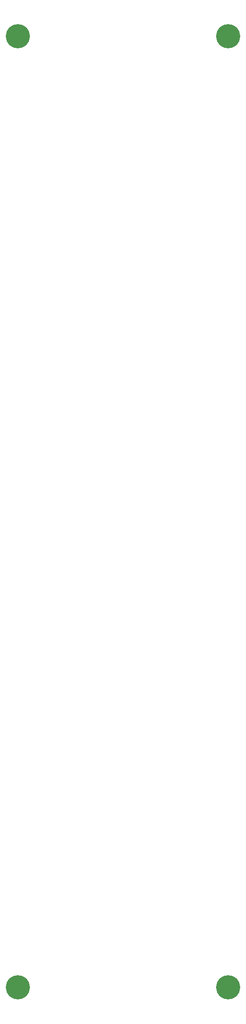
<source format=gbr>
G04 #@! TF.FileFunction,Soldermask,Top*
%FSLAX46Y46*%
G04 Gerber Fmt 4.6, Leading zero omitted, Abs format (unit mm)*
G04 Created by KiCad (PCBNEW 4.0.7) date Thu May 24 18:36:53 2018*
%MOMM*%
%LPD*%
G01*
G04 APERTURE LIST*
%ADD10C,0.100000*%
%ADD11C,4.575000*%
G04 APERTURE END LIST*
D10*
D11*
X74747600Y-110000000D03*
X114640000Y-110000000D03*
X74747600Y-290000000D03*
X114640000Y-290000000D03*
M02*

</source>
